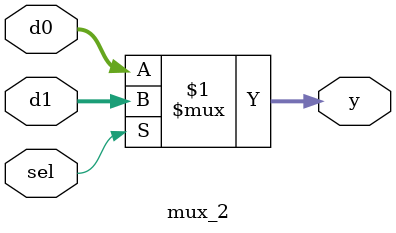
<source format=sv>

module mux_2 #(parameter width =8 )(input logic [width-1:0] d0,d1, input logic sel, output logic [width-1:0] y);

assign y=sel?d1:d0;

endmodule
</source>
